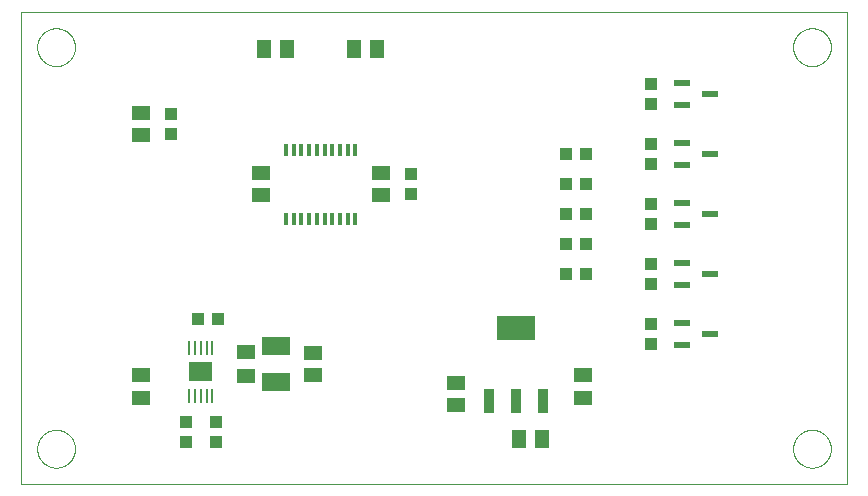
<source format=gtp>
G04 EAGLE Gerber RS-274X export*
G75*
%MOMM*%
%FSLAX34Y34*%
%LPD*%
%INSolder paste top*%
%IPPOS*%
%AMOC8*
5,1,8,0,0,1.08239X$1,22.5*%
G01*
%ADD10C,0.000000*%
%ADD11R,0.304800X0.990600*%
%ADD12R,2.400000X1.600000*%
%ADD13R,0.177800X1.270000*%
%ADD14R,1.100000X1.000000*%
%ADD15R,1.600000X1.300000*%
%ADD16R,1.000000X1.100000*%
%ADD17R,1.320800X0.609600*%
%ADD18R,1.300000X1.500000*%
%ADD19R,0.901600X2.066000*%
%ADD20R,3.201600X2.066000*%
%ADD21R,1.500000X1.300000*%

G36*
X161802Y87275D02*
X161802Y87275D01*
X161804Y87274D01*
X161847Y87294D01*
X161891Y87312D01*
X161891Y87314D01*
X161893Y87315D01*
X161926Y87400D01*
X161926Y103100D01*
X161925Y103102D01*
X161926Y103104D01*
X161906Y103147D01*
X161888Y103191D01*
X161886Y103191D01*
X161885Y103193D01*
X161800Y103226D01*
X143000Y103226D01*
X142998Y103225D01*
X142996Y103226D01*
X142953Y103206D01*
X142909Y103188D01*
X142909Y103186D01*
X142907Y103185D01*
X142874Y103100D01*
X142874Y87400D01*
X142875Y87398D01*
X142874Y87396D01*
X142894Y87353D01*
X142912Y87309D01*
X142914Y87309D01*
X142915Y87307D01*
X143000Y87274D01*
X161800Y87274D01*
X161802Y87275D01*
G37*
D10*
X0Y0D02*
X700000Y0D01*
X700000Y400000D01*
X0Y400000D01*
X0Y0D01*
X14000Y30000D02*
X14005Y30393D01*
X14019Y30785D01*
X14043Y31177D01*
X14077Y31568D01*
X14120Y31959D01*
X14173Y32348D01*
X14236Y32735D01*
X14307Y33121D01*
X14389Y33506D01*
X14479Y33888D01*
X14580Y34267D01*
X14689Y34645D01*
X14808Y35019D01*
X14935Y35390D01*
X15072Y35758D01*
X15218Y36123D01*
X15373Y36484D01*
X15536Y36841D01*
X15708Y37194D01*
X15889Y37542D01*
X16079Y37886D01*
X16276Y38226D01*
X16482Y38560D01*
X16696Y38889D01*
X16919Y39213D01*
X17149Y39531D01*
X17386Y39844D01*
X17632Y40150D01*
X17885Y40451D01*
X18145Y40745D01*
X18412Y41033D01*
X18686Y41314D01*
X18967Y41588D01*
X19255Y41855D01*
X19549Y42115D01*
X19850Y42368D01*
X20156Y42614D01*
X20469Y42851D01*
X20787Y43081D01*
X21111Y43304D01*
X21440Y43518D01*
X21774Y43724D01*
X22114Y43921D01*
X22458Y44111D01*
X22806Y44292D01*
X23159Y44464D01*
X23516Y44627D01*
X23877Y44782D01*
X24242Y44928D01*
X24610Y45065D01*
X24981Y45192D01*
X25355Y45311D01*
X25733Y45420D01*
X26112Y45521D01*
X26494Y45611D01*
X26879Y45693D01*
X27265Y45764D01*
X27652Y45827D01*
X28041Y45880D01*
X28432Y45923D01*
X28823Y45957D01*
X29215Y45981D01*
X29607Y45995D01*
X30000Y46000D01*
X30393Y45995D01*
X30785Y45981D01*
X31177Y45957D01*
X31568Y45923D01*
X31959Y45880D01*
X32348Y45827D01*
X32735Y45764D01*
X33121Y45693D01*
X33506Y45611D01*
X33888Y45521D01*
X34267Y45420D01*
X34645Y45311D01*
X35019Y45192D01*
X35390Y45065D01*
X35758Y44928D01*
X36123Y44782D01*
X36484Y44627D01*
X36841Y44464D01*
X37194Y44292D01*
X37542Y44111D01*
X37886Y43921D01*
X38226Y43724D01*
X38560Y43518D01*
X38889Y43304D01*
X39213Y43081D01*
X39531Y42851D01*
X39844Y42614D01*
X40150Y42368D01*
X40451Y42115D01*
X40745Y41855D01*
X41033Y41588D01*
X41314Y41314D01*
X41588Y41033D01*
X41855Y40745D01*
X42115Y40451D01*
X42368Y40150D01*
X42614Y39844D01*
X42851Y39531D01*
X43081Y39213D01*
X43304Y38889D01*
X43518Y38560D01*
X43724Y38226D01*
X43921Y37886D01*
X44111Y37542D01*
X44292Y37194D01*
X44464Y36841D01*
X44627Y36484D01*
X44782Y36123D01*
X44928Y35758D01*
X45065Y35390D01*
X45192Y35019D01*
X45311Y34645D01*
X45420Y34267D01*
X45521Y33888D01*
X45611Y33506D01*
X45693Y33121D01*
X45764Y32735D01*
X45827Y32348D01*
X45880Y31959D01*
X45923Y31568D01*
X45957Y31177D01*
X45981Y30785D01*
X45995Y30393D01*
X46000Y30000D01*
X45995Y29607D01*
X45981Y29215D01*
X45957Y28823D01*
X45923Y28432D01*
X45880Y28041D01*
X45827Y27652D01*
X45764Y27265D01*
X45693Y26879D01*
X45611Y26494D01*
X45521Y26112D01*
X45420Y25733D01*
X45311Y25355D01*
X45192Y24981D01*
X45065Y24610D01*
X44928Y24242D01*
X44782Y23877D01*
X44627Y23516D01*
X44464Y23159D01*
X44292Y22806D01*
X44111Y22458D01*
X43921Y22114D01*
X43724Y21774D01*
X43518Y21440D01*
X43304Y21111D01*
X43081Y20787D01*
X42851Y20469D01*
X42614Y20156D01*
X42368Y19850D01*
X42115Y19549D01*
X41855Y19255D01*
X41588Y18967D01*
X41314Y18686D01*
X41033Y18412D01*
X40745Y18145D01*
X40451Y17885D01*
X40150Y17632D01*
X39844Y17386D01*
X39531Y17149D01*
X39213Y16919D01*
X38889Y16696D01*
X38560Y16482D01*
X38226Y16276D01*
X37886Y16079D01*
X37542Y15889D01*
X37194Y15708D01*
X36841Y15536D01*
X36484Y15373D01*
X36123Y15218D01*
X35758Y15072D01*
X35390Y14935D01*
X35019Y14808D01*
X34645Y14689D01*
X34267Y14580D01*
X33888Y14479D01*
X33506Y14389D01*
X33121Y14307D01*
X32735Y14236D01*
X32348Y14173D01*
X31959Y14120D01*
X31568Y14077D01*
X31177Y14043D01*
X30785Y14019D01*
X30393Y14005D01*
X30000Y14000D01*
X29607Y14005D01*
X29215Y14019D01*
X28823Y14043D01*
X28432Y14077D01*
X28041Y14120D01*
X27652Y14173D01*
X27265Y14236D01*
X26879Y14307D01*
X26494Y14389D01*
X26112Y14479D01*
X25733Y14580D01*
X25355Y14689D01*
X24981Y14808D01*
X24610Y14935D01*
X24242Y15072D01*
X23877Y15218D01*
X23516Y15373D01*
X23159Y15536D01*
X22806Y15708D01*
X22458Y15889D01*
X22114Y16079D01*
X21774Y16276D01*
X21440Y16482D01*
X21111Y16696D01*
X20787Y16919D01*
X20469Y17149D01*
X20156Y17386D01*
X19850Y17632D01*
X19549Y17885D01*
X19255Y18145D01*
X18967Y18412D01*
X18686Y18686D01*
X18412Y18967D01*
X18145Y19255D01*
X17885Y19549D01*
X17632Y19850D01*
X17386Y20156D01*
X17149Y20469D01*
X16919Y20787D01*
X16696Y21111D01*
X16482Y21440D01*
X16276Y21774D01*
X16079Y22114D01*
X15889Y22458D01*
X15708Y22806D01*
X15536Y23159D01*
X15373Y23516D01*
X15218Y23877D01*
X15072Y24242D01*
X14935Y24610D01*
X14808Y24981D01*
X14689Y25355D01*
X14580Y25733D01*
X14479Y26112D01*
X14389Y26494D01*
X14307Y26879D01*
X14236Y27265D01*
X14173Y27652D01*
X14120Y28041D01*
X14077Y28432D01*
X14043Y28823D01*
X14019Y29215D01*
X14005Y29607D01*
X14000Y30000D01*
X654000Y30000D02*
X654005Y30393D01*
X654019Y30785D01*
X654043Y31177D01*
X654077Y31568D01*
X654120Y31959D01*
X654173Y32348D01*
X654236Y32735D01*
X654307Y33121D01*
X654389Y33506D01*
X654479Y33888D01*
X654580Y34267D01*
X654689Y34645D01*
X654808Y35019D01*
X654935Y35390D01*
X655072Y35758D01*
X655218Y36123D01*
X655373Y36484D01*
X655536Y36841D01*
X655708Y37194D01*
X655889Y37542D01*
X656079Y37886D01*
X656276Y38226D01*
X656482Y38560D01*
X656696Y38889D01*
X656919Y39213D01*
X657149Y39531D01*
X657386Y39844D01*
X657632Y40150D01*
X657885Y40451D01*
X658145Y40745D01*
X658412Y41033D01*
X658686Y41314D01*
X658967Y41588D01*
X659255Y41855D01*
X659549Y42115D01*
X659850Y42368D01*
X660156Y42614D01*
X660469Y42851D01*
X660787Y43081D01*
X661111Y43304D01*
X661440Y43518D01*
X661774Y43724D01*
X662114Y43921D01*
X662458Y44111D01*
X662806Y44292D01*
X663159Y44464D01*
X663516Y44627D01*
X663877Y44782D01*
X664242Y44928D01*
X664610Y45065D01*
X664981Y45192D01*
X665355Y45311D01*
X665733Y45420D01*
X666112Y45521D01*
X666494Y45611D01*
X666879Y45693D01*
X667265Y45764D01*
X667652Y45827D01*
X668041Y45880D01*
X668432Y45923D01*
X668823Y45957D01*
X669215Y45981D01*
X669607Y45995D01*
X670000Y46000D01*
X670393Y45995D01*
X670785Y45981D01*
X671177Y45957D01*
X671568Y45923D01*
X671959Y45880D01*
X672348Y45827D01*
X672735Y45764D01*
X673121Y45693D01*
X673506Y45611D01*
X673888Y45521D01*
X674267Y45420D01*
X674645Y45311D01*
X675019Y45192D01*
X675390Y45065D01*
X675758Y44928D01*
X676123Y44782D01*
X676484Y44627D01*
X676841Y44464D01*
X677194Y44292D01*
X677542Y44111D01*
X677886Y43921D01*
X678226Y43724D01*
X678560Y43518D01*
X678889Y43304D01*
X679213Y43081D01*
X679531Y42851D01*
X679844Y42614D01*
X680150Y42368D01*
X680451Y42115D01*
X680745Y41855D01*
X681033Y41588D01*
X681314Y41314D01*
X681588Y41033D01*
X681855Y40745D01*
X682115Y40451D01*
X682368Y40150D01*
X682614Y39844D01*
X682851Y39531D01*
X683081Y39213D01*
X683304Y38889D01*
X683518Y38560D01*
X683724Y38226D01*
X683921Y37886D01*
X684111Y37542D01*
X684292Y37194D01*
X684464Y36841D01*
X684627Y36484D01*
X684782Y36123D01*
X684928Y35758D01*
X685065Y35390D01*
X685192Y35019D01*
X685311Y34645D01*
X685420Y34267D01*
X685521Y33888D01*
X685611Y33506D01*
X685693Y33121D01*
X685764Y32735D01*
X685827Y32348D01*
X685880Y31959D01*
X685923Y31568D01*
X685957Y31177D01*
X685981Y30785D01*
X685995Y30393D01*
X686000Y30000D01*
X685995Y29607D01*
X685981Y29215D01*
X685957Y28823D01*
X685923Y28432D01*
X685880Y28041D01*
X685827Y27652D01*
X685764Y27265D01*
X685693Y26879D01*
X685611Y26494D01*
X685521Y26112D01*
X685420Y25733D01*
X685311Y25355D01*
X685192Y24981D01*
X685065Y24610D01*
X684928Y24242D01*
X684782Y23877D01*
X684627Y23516D01*
X684464Y23159D01*
X684292Y22806D01*
X684111Y22458D01*
X683921Y22114D01*
X683724Y21774D01*
X683518Y21440D01*
X683304Y21111D01*
X683081Y20787D01*
X682851Y20469D01*
X682614Y20156D01*
X682368Y19850D01*
X682115Y19549D01*
X681855Y19255D01*
X681588Y18967D01*
X681314Y18686D01*
X681033Y18412D01*
X680745Y18145D01*
X680451Y17885D01*
X680150Y17632D01*
X679844Y17386D01*
X679531Y17149D01*
X679213Y16919D01*
X678889Y16696D01*
X678560Y16482D01*
X678226Y16276D01*
X677886Y16079D01*
X677542Y15889D01*
X677194Y15708D01*
X676841Y15536D01*
X676484Y15373D01*
X676123Y15218D01*
X675758Y15072D01*
X675390Y14935D01*
X675019Y14808D01*
X674645Y14689D01*
X674267Y14580D01*
X673888Y14479D01*
X673506Y14389D01*
X673121Y14307D01*
X672735Y14236D01*
X672348Y14173D01*
X671959Y14120D01*
X671568Y14077D01*
X671177Y14043D01*
X670785Y14019D01*
X670393Y14005D01*
X670000Y14000D01*
X669607Y14005D01*
X669215Y14019D01*
X668823Y14043D01*
X668432Y14077D01*
X668041Y14120D01*
X667652Y14173D01*
X667265Y14236D01*
X666879Y14307D01*
X666494Y14389D01*
X666112Y14479D01*
X665733Y14580D01*
X665355Y14689D01*
X664981Y14808D01*
X664610Y14935D01*
X664242Y15072D01*
X663877Y15218D01*
X663516Y15373D01*
X663159Y15536D01*
X662806Y15708D01*
X662458Y15889D01*
X662114Y16079D01*
X661774Y16276D01*
X661440Y16482D01*
X661111Y16696D01*
X660787Y16919D01*
X660469Y17149D01*
X660156Y17386D01*
X659850Y17632D01*
X659549Y17885D01*
X659255Y18145D01*
X658967Y18412D01*
X658686Y18686D01*
X658412Y18967D01*
X658145Y19255D01*
X657885Y19549D01*
X657632Y19850D01*
X657386Y20156D01*
X657149Y20469D01*
X656919Y20787D01*
X656696Y21111D01*
X656482Y21440D01*
X656276Y21774D01*
X656079Y22114D01*
X655889Y22458D01*
X655708Y22806D01*
X655536Y23159D01*
X655373Y23516D01*
X655218Y23877D01*
X655072Y24242D01*
X654935Y24610D01*
X654808Y24981D01*
X654689Y25355D01*
X654580Y25733D01*
X654479Y26112D01*
X654389Y26494D01*
X654307Y26879D01*
X654236Y27265D01*
X654173Y27652D01*
X654120Y28041D01*
X654077Y28432D01*
X654043Y28823D01*
X654019Y29215D01*
X654005Y29607D01*
X654000Y30000D01*
X14000Y370000D02*
X14005Y370393D01*
X14019Y370785D01*
X14043Y371177D01*
X14077Y371568D01*
X14120Y371959D01*
X14173Y372348D01*
X14236Y372735D01*
X14307Y373121D01*
X14389Y373506D01*
X14479Y373888D01*
X14580Y374267D01*
X14689Y374645D01*
X14808Y375019D01*
X14935Y375390D01*
X15072Y375758D01*
X15218Y376123D01*
X15373Y376484D01*
X15536Y376841D01*
X15708Y377194D01*
X15889Y377542D01*
X16079Y377886D01*
X16276Y378226D01*
X16482Y378560D01*
X16696Y378889D01*
X16919Y379213D01*
X17149Y379531D01*
X17386Y379844D01*
X17632Y380150D01*
X17885Y380451D01*
X18145Y380745D01*
X18412Y381033D01*
X18686Y381314D01*
X18967Y381588D01*
X19255Y381855D01*
X19549Y382115D01*
X19850Y382368D01*
X20156Y382614D01*
X20469Y382851D01*
X20787Y383081D01*
X21111Y383304D01*
X21440Y383518D01*
X21774Y383724D01*
X22114Y383921D01*
X22458Y384111D01*
X22806Y384292D01*
X23159Y384464D01*
X23516Y384627D01*
X23877Y384782D01*
X24242Y384928D01*
X24610Y385065D01*
X24981Y385192D01*
X25355Y385311D01*
X25733Y385420D01*
X26112Y385521D01*
X26494Y385611D01*
X26879Y385693D01*
X27265Y385764D01*
X27652Y385827D01*
X28041Y385880D01*
X28432Y385923D01*
X28823Y385957D01*
X29215Y385981D01*
X29607Y385995D01*
X30000Y386000D01*
X30393Y385995D01*
X30785Y385981D01*
X31177Y385957D01*
X31568Y385923D01*
X31959Y385880D01*
X32348Y385827D01*
X32735Y385764D01*
X33121Y385693D01*
X33506Y385611D01*
X33888Y385521D01*
X34267Y385420D01*
X34645Y385311D01*
X35019Y385192D01*
X35390Y385065D01*
X35758Y384928D01*
X36123Y384782D01*
X36484Y384627D01*
X36841Y384464D01*
X37194Y384292D01*
X37542Y384111D01*
X37886Y383921D01*
X38226Y383724D01*
X38560Y383518D01*
X38889Y383304D01*
X39213Y383081D01*
X39531Y382851D01*
X39844Y382614D01*
X40150Y382368D01*
X40451Y382115D01*
X40745Y381855D01*
X41033Y381588D01*
X41314Y381314D01*
X41588Y381033D01*
X41855Y380745D01*
X42115Y380451D01*
X42368Y380150D01*
X42614Y379844D01*
X42851Y379531D01*
X43081Y379213D01*
X43304Y378889D01*
X43518Y378560D01*
X43724Y378226D01*
X43921Y377886D01*
X44111Y377542D01*
X44292Y377194D01*
X44464Y376841D01*
X44627Y376484D01*
X44782Y376123D01*
X44928Y375758D01*
X45065Y375390D01*
X45192Y375019D01*
X45311Y374645D01*
X45420Y374267D01*
X45521Y373888D01*
X45611Y373506D01*
X45693Y373121D01*
X45764Y372735D01*
X45827Y372348D01*
X45880Y371959D01*
X45923Y371568D01*
X45957Y371177D01*
X45981Y370785D01*
X45995Y370393D01*
X46000Y370000D01*
X45995Y369607D01*
X45981Y369215D01*
X45957Y368823D01*
X45923Y368432D01*
X45880Y368041D01*
X45827Y367652D01*
X45764Y367265D01*
X45693Y366879D01*
X45611Y366494D01*
X45521Y366112D01*
X45420Y365733D01*
X45311Y365355D01*
X45192Y364981D01*
X45065Y364610D01*
X44928Y364242D01*
X44782Y363877D01*
X44627Y363516D01*
X44464Y363159D01*
X44292Y362806D01*
X44111Y362458D01*
X43921Y362114D01*
X43724Y361774D01*
X43518Y361440D01*
X43304Y361111D01*
X43081Y360787D01*
X42851Y360469D01*
X42614Y360156D01*
X42368Y359850D01*
X42115Y359549D01*
X41855Y359255D01*
X41588Y358967D01*
X41314Y358686D01*
X41033Y358412D01*
X40745Y358145D01*
X40451Y357885D01*
X40150Y357632D01*
X39844Y357386D01*
X39531Y357149D01*
X39213Y356919D01*
X38889Y356696D01*
X38560Y356482D01*
X38226Y356276D01*
X37886Y356079D01*
X37542Y355889D01*
X37194Y355708D01*
X36841Y355536D01*
X36484Y355373D01*
X36123Y355218D01*
X35758Y355072D01*
X35390Y354935D01*
X35019Y354808D01*
X34645Y354689D01*
X34267Y354580D01*
X33888Y354479D01*
X33506Y354389D01*
X33121Y354307D01*
X32735Y354236D01*
X32348Y354173D01*
X31959Y354120D01*
X31568Y354077D01*
X31177Y354043D01*
X30785Y354019D01*
X30393Y354005D01*
X30000Y354000D01*
X29607Y354005D01*
X29215Y354019D01*
X28823Y354043D01*
X28432Y354077D01*
X28041Y354120D01*
X27652Y354173D01*
X27265Y354236D01*
X26879Y354307D01*
X26494Y354389D01*
X26112Y354479D01*
X25733Y354580D01*
X25355Y354689D01*
X24981Y354808D01*
X24610Y354935D01*
X24242Y355072D01*
X23877Y355218D01*
X23516Y355373D01*
X23159Y355536D01*
X22806Y355708D01*
X22458Y355889D01*
X22114Y356079D01*
X21774Y356276D01*
X21440Y356482D01*
X21111Y356696D01*
X20787Y356919D01*
X20469Y357149D01*
X20156Y357386D01*
X19850Y357632D01*
X19549Y357885D01*
X19255Y358145D01*
X18967Y358412D01*
X18686Y358686D01*
X18412Y358967D01*
X18145Y359255D01*
X17885Y359549D01*
X17632Y359850D01*
X17386Y360156D01*
X17149Y360469D01*
X16919Y360787D01*
X16696Y361111D01*
X16482Y361440D01*
X16276Y361774D01*
X16079Y362114D01*
X15889Y362458D01*
X15708Y362806D01*
X15536Y363159D01*
X15373Y363516D01*
X15218Y363877D01*
X15072Y364242D01*
X14935Y364610D01*
X14808Y364981D01*
X14689Y365355D01*
X14580Y365733D01*
X14479Y366112D01*
X14389Y366494D01*
X14307Y366879D01*
X14236Y367265D01*
X14173Y367652D01*
X14120Y368041D01*
X14077Y368432D01*
X14043Y368823D01*
X14019Y369215D01*
X14005Y369607D01*
X14000Y370000D01*
X654000Y370000D02*
X654005Y370393D01*
X654019Y370785D01*
X654043Y371177D01*
X654077Y371568D01*
X654120Y371959D01*
X654173Y372348D01*
X654236Y372735D01*
X654307Y373121D01*
X654389Y373506D01*
X654479Y373888D01*
X654580Y374267D01*
X654689Y374645D01*
X654808Y375019D01*
X654935Y375390D01*
X655072Y375758D01*
X655218Y376123D01*
X655373Y376484D01*
X655536Y376841D01*
X655708Y377194D01*
X655889Y377542D01*
X656079Y377886D01*
X656276Y378226D01*
X656482Y378560D01*
X656696Y378889D01*
X656919Y379213D01*
X657149Y379531D01*
X657386Y379844D01*
X657632Y380150D01*
X657885Y380451D01*
X658145Y380745D01*
X658412Y381033D01*
X658686Y381314D01*
X658967Y381588D01*
X659255Y381855D01*
X659549Y382115D01*
X659850Y382368D01*
X660156Y382614D01*
X660469Y382851D01*
X660787Y383081D01*
X661111Y383304D01*
X661440Y383518D01*
X661774Y383724D01*
X662114Y383921D01*
X662458Y384111D01*
X662806Y384292D01*
X663159Y384464D01*
X663516Y384627D01*
X663877Y384782D01*
X664242Y384928D01*
X664610Y385065D01*
X664981Y385192D01*
X665355Y385311D01*
X665733Y385420D01*
X666112Y385521D01*
X666494Y385611D01*
X666879Y385693D01*
X667265Y385764D01*
X667652Y385827D01*
X668041Y385880D01*
X668432Y385923D01*
X668823Y385957D01*
X669215Y385981D01*
X669607Y385995D01*
X670000Y386000D01*
X670393Y385995D01*
X670785Y385981D01*
X671177Y385957D01*
X671568Y385923D01*
X671959Y385880D01*
X672348Y385827D01*
X672735Y385764D01*
X673121Y385693D01*
X673506Y385611D01*
X673888Y385521D01*
X674267Y385420D01*
X674645Y385311D01*
X675019Y385192D01*
X675390Y385065D01*
X675758Y384928D01*
X676123Y384782D01*
X676484Y384627D01*
X676841Y384464D01*
X677194Y384292D01*
X677542Y384111D01*
X677886Y383921D01*
X678226Y383724D01*
X678560Y383518D01*
X678889Y383304D01*
X679213Y383081D01*
X679531Y382851D01*
X679844Y382614D01*
X680150Y382368D01*
X680451Y382115D01*
X680745Y381855D01*
X681033Y381588D01*
X681314Y381314D01*
X681588Y381033D01*
X681855Y380745D01*
X682115Y380451D01*
X682368Y380150D01*
X682614Y379844D01*
X682851Y379531D01*
X683081Y379213D01*
X683304Y378889D01*
X683518Y378560D01*
X683724Y378226D01*
X683921Y377886D01*
X684111Y377542D01*
X684292Y377194D01*
X684464Y376841D01*
X684627Y376484D01*
X684782Y376123D01*
X684928Y375758D01*
X685065Y375390D01*
X685192Y375019D01*
X685311Y374645D01*
X685420Y374267D01*
X685521Y373888D01*
X685611Y373506D01*
X685693Y373121D01*
X685764Y372735D01*
X685827Y372348D01*
X685880Y371959D01*
X685923Y371568D01*
X685957Y371177D01*
X685981Y370785D01*
X685995Y370393D01*
X686000Y370000D01*
X685995Y369607D01*
X685981Y369215D01*
X685957Y368823D01*
X685923Y368432D01*
X685880Y368041D01*
X685827Y367652D01*
X685764Y367265D01*
X685693Y366879D01*
X685611Y366494D01*
X685521Y366112D01*
X685420Y365733D01*
X685311Y365355D01*
X685192Y364981D01*
X685065Y364610D01*
X684928Y364242D01*
X684782Y363877D01*
X684627Y363516D01*
X684464Y363159D01*
X684292Y362806D01*
X684111Y362458D01*
X683921Y362114D01*
X683724Y361774D01*
X683518Y361440D01*
X683304Y361111D01*
X683081Y360787D01*
X682851Y360469D01*
X682614Y360156D01*
X682368Y359850D01*
X682115Y359549D01*
X681855Y359255D01*
X681588Y358967D01*
X681314Y358686D01*
X681033Y358412D01*
X680745Y358145D01*
X680451Y357885D01*
X680150Y357632D01*
X679844Y357386D01*
X679531Y357149D01*
X679213Y356919D01*
X678889Y356696D01*
X678560Y356482D01*
X678226Y356276D01*
X677886Y356079D01*
X677542Y355889D01*
X677194Y355708D01*
X676841Y355536D01*
X676484Y355373D01*
X676123Y355218D01*
X675758Y355072D01*
X675390Y354935D01*
X675019Y354808D01*
X674645Y354689D01*
X674267Y354580D01*
X673888Y354479D01*
X673506Y354389D01*
X673121Y354307D01*
X672735Y354236D01*
X672348Y354173D01*
X671959Y354120D01*
X671568Y354077D01*
X671177Y354043D01*
X670785Y354019D01*
X670393Y354005D01*
X670000Y354000D01*
X669607Y354005D01*
X669215Y354019D01*
X668823Y354043D01*
X668432Y354077D01*
X668041Y354120D01*
X667652Y354173D01*
X667265Y354236D01*
X666879Y354307D01*
X666494Y354389D01*
X666112Y354479D01*
X665733Y354580D01*
X665355Y354689D01*
X664981Y354808D01*
X664610Y354935D01*
X664242Y355072D01*
X663877Y355218D01*
X663516Y355373D01*
X663159Y355536D01*
X662806Y355708D01*
X662458Y355889D01*
X662114Y356079D01*
X661774Y356276D01*
X661440Y356482D01*
X661111Y356696D01*
X660787Y356919D01*
X660469Y357149D01*
X660156Y357386D01*
X659850Y357632D01*
X659549Y357885D01*
X659255Y358145D01*
X658967Y358412D01*
X658686Y358686D01*
X658412Y358967D01*
X658145Y359255D01*
X657885Y359549D01*
X657632Y359850D01*
X657386Y360156D01*
X657149Y360469D01*
X656919Y360787D01*
X656696Y361111D01*
X656482Y361440D01*
X656276Y361774D01*
X656079Y362114D01*
X655889Y362458D01*
X655708Y362806D01*
X655536Y363159D01*
X655373Y363516D01*
X655218Y363877D01*
X655072Y364242D01*
X654935Y364610D01*
X654808Y364981D01*
X654689Y365355D01*
X654580Y365733D01*
X654479Y366112D01*
X654389Y366494D01*
X654307Y366879D01*
X654236Y367265D01*
X654173Y367652D01*
X654120Y368041D01*
X654077Y368432D01*
X654043Y368823D01*
X654019Y369215D01*
X654005Y369607D01*
X654000Y370000D01*
D11*
X283250Y283178D03*
X276750Y283178D03*
X270250Y283178D03*
X263750Y283178D03*
X257250Y283178D03*
X250750Y283178D03*
X244250Y283178D03*
X237750Y283178D03*
X231250Y283178D03*
X224750Y283178D03*
X224750Y224822D03*
X231250Y224822D03*
X237750Y224822D03*
X244250Y224822D03*
X250750Y224822D03*
X257250Y224822D03*
X263750Y224822D03*
X270250Y224822D03*
X276750Y224822D03*
X283250Y224822D03*
D12*
X215900Y116600D03*
X215900Y86600D03*
D13*
X142400Y74803D03*
X147400Y74803D03*
X152400Y74803D03*
X157400Y74803D03*
X162400Y74803D03*
X162400Y115697D03*
X157400Y115697D03*
X152400Y115697D03*
X147400Y115697D03*
X142400Y115697D03*
D14*
X165100Y35950D03*
X165100Y52950D03*
X139700Y35950D03*
X139700Y52950D03*
D15*
X101600Y92550D03*
X101600Y72550D03*
X190500Y111600D03*
X190500Y91600D03*
D16*
X167250Y139700D03*
X150250Y139700D03*
D17*
X559562Y339700D03*
X559562Y320700D03*
X583438Y330200D03*
X559562Y288900D03*
X559562Y269900D03*
X583438Y279400D03*
X559562Y238100D03*
X559562Y219100D03*
X583438Y228600D03*
X559562Y187300D03*
X559562Y168300D03*
X583438Y177800D03*
X559562Y136500D03*
X559562Y117500D03*
X583438Y127000D03*
D18*
X301600Y368300D03*
X282600Y368300D03*
X206400Y368300D03*
X225400Y368300D03*
D19*
X396100Y70842D03*
X419100Y70842D03*
X442100Y70842D03*
D20*
X419100Y132358D03*
D21*
X476250Y73050D03*
X476250Y92050D03*
X368300Y85700D03*
X368300Y66700D03*
X203200Y263500D03*
X203200Y244500D03*
X304800Y244500D03*
X304800Y263500D03*
D14*
X330200Y245500D03*
X330200Y262500D03*
D18*
X441300Y38100D03*
X422300Y38100D03*
D14*
X533400Y321700D03*
X533400Y338700D03*
D16*
X478400Y279400D03*
X461400Y279400D03*
D14*
X533400Y270900D03*
X533400Y287900D03*
D16*
X478400Y254000D03*
X461400Y254000D03*
D14*
X533400Y220100D03*
X533400Y237100D03*
D16*
X478400Y228600D03*
X461400Y228600D03*
D14*
X533400Y169300D03*
X533400Y186300D03*
D16*
X478400Y203200D03*
X461400Y203200D03*
D14*
X533400Y118500D03*
X533400Y135500D03*
D16*
X478400Y177800D03*
X461400Y177800D03*
D14*
X127000Y313300D03*
X127000Y296300D03*
D21*
X101600Y295300D03*
X101600Y314300D03*
X247650Y111100D03*
X247650Y92100D03*
M02*

</source>
